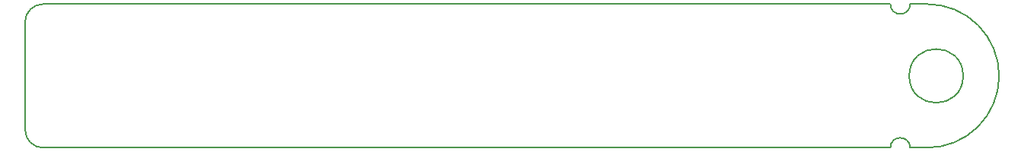
<source format=gko>
G04 #@! TF.GenerationSoftware,KiCad,Pcbnew,(5.1.4-0-10_14)*
G04 #@! TF.CreationDate,2019-09-20T09:10:15-07:00*
G04 #@! TF.ProjectId,STM32L0xx_18650,53544d33-324c-4307-9878-5f3138363530,rev?*
G04 #@! TF.SameCoordinates,Original*
G04 #@! TF.FileFunction,Profile,NP*
%FSLAX46Y46*%
G04 Gerber Fmt 4.6, Leading zero omitted, Abs format (unit mm)*
G04 Created by KiCad (PCBNEW (5.1.4-0-10_14)) date 2019-09-20 09:10:15*
%MOMM*%
%LPD*%
G04 APERTURE LIST*
%ADD10C,0.150000*%
G04 APERTURE END LIST*
D10*
X156600000Y-92000000D02*
X158499999Y-91999845D01*
X156600000Y-108000000D02*
X158450001Y-107999999D01*
X158499999Y-91999845D02*
G75*
G02X158450001Y-107999999I1J-8000155D01*
G01*
X162500000Y-100000000D02*
G75*
G03X162500000Y-100000000I-3000000J0D01*
G01*
X154400000Y-108000000D02*
G75*
G02X156600000Y-108000000I1100000J0D01*
G01*
X156600000Y-92000000D02*
G75*
G02X154400000Y-92000000I-1100000J0D01*
G01*
X60100000Y-108000000D02*
G75*
G02X58100000Y-106000000I0J2000000D01*
G01*
X58100000Y-94000000D02*
G75*
G02X60100000Y-92000000I2000000J0D01*
G01*
X58100000Y-94000000D02*
X58100000Y-106000000D01*
X60100000Y-108000000D02*
X154400000Y-108000000D01*
X60100000Y-92000000D02*
X154400000Y-92000000D01*
M02*

</source>
